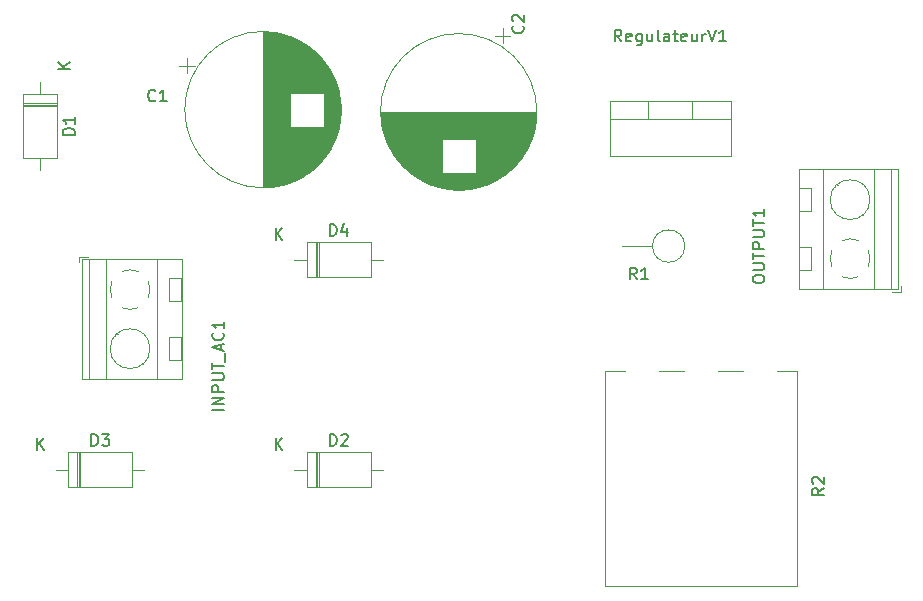
<source format=gbr>
%TF.GenerationSoftware,KiCad,Pcbnew,8.0.4*%
%TF.CreationDate,2024-10-22T12:11:24+02:00*%
%TF.ProjectId,regulateur_tension,72656775-6c61-4746-9575-725f74656e73,rev?*%
%TF.SameCoordinates,Original*%
%TF.FileFunction,Legend,Top*%
%TF.FilePolarity,Positive*%
%FSLAX46Y46*%
G04 Gerber Fmt 4.6, Leading zero omitted, Abs format (unit mm)*
G04 Created by KiCad (PCBNEW 8.0.4) date 2024-10-22 12:11:24*
%MOMM*%
%LPD*%
G01*
G04 APERTURE LIST*
%ADD10C,0.150000*%
%ADD11C,0.120000*%
G04 APERTURE END LIST*
D10*
X32733333Y-23219580D02*
X32685714Y-23267200D01*
X32685714Y-23267200D02*
X32542857Y-23314819D01*
X32542857Y-23314819D02*
X32447619Y-23314819D01*
X32447619Y-23314819D02*
X32304762Y-23267200D01*
X32304762Y-23267200D02*
X32209524Y-23171961D01*
X32209524Y-23171961D02*
X32161905Y-23076723D01*
X32161905Y-23076723D02*
X32114286Y-22886247D01*
X32114286Y-22886247D02*
X32114286Y-22743390D01*
X32114286Y-22743390D02*
X32161905Y-22552914D01*
X32161905Y-22552914D02*
X32209524Y-22457676D01*
X32209524Y-22457676D02*
X32304762Y-22362438D01*
X32304762Y-22362438D02*
X32447619Y-22314819D01*
X32447619Y-22314819D02*
X32542857Y-22314819D01*
X32542857Y-22314819D02*
X32685714Y-22362438D01*
X32685714Y-22362438D02*
X32733333Y-22410057D01*
X33685714Y-23314819D02*
X33114286Y-23314819D01*
X33400000Y-23314819D02*
X33400000Y-22314819D01*
X33400000Y-22314819D02*
X33304762Y-22457676D01*
X33304762Y-22457676D02*
X33209524Y-22552914D01*
X33209524Y-22552914D02*
X33114286Y-22600533D01*
X89354819Y-56046666D02*
X88878628Y-56379999D01*
X89354819Y-56618094D02*
X88354819Y-56618094D01*
X88354819Y-56618094D02*
X88354819Y-56237142D01*
X88354819Y-56237142D02*
X88402438Y-56141904D01*
X88402438Y-56141904D02*
X88450057Y-56094285D01*
X88450057Y-56094285D02*
X88545295Y-56046666D01*
X88545295Y-56046666D02*
X88688152Y-56046666D01*
X88688152Y-56046666D02*
X88783390Y-56094285D01*
X88783390Y-56094285D02*
X88831009Y-56141904D01*
X88831009Y-56141904D02*
X88878628Y-56237142D01*
X88878628Y-56237142D02*
X88878628Y-56618094D01*
X88450057Y-55665713D02*
X88402438Y-55618094D01*
X88402438Y-55618094D02*
X88354819Y-55522856D01*
X88354819Y-55522856D02*
X88354819Y-55284761D01*
X88354819Y-55284761D02*
X88402438Y-55189523D01*
X88402438Y-55189523D02*
X88450057Y-55141904D01*
X88450057Y-55141904D02*
X88545295Y-55094285D01*
X88545295Y-55094285D02*
X88640533Y-55094285D01*
X88640533Y-55094285D02*
X88783390Y-55141904D01*
X88783390Y-55141904D02*
X89354819Y-55713332D01*
X89354819Y-55713332D02*
X89354819Y-55094285D01*
X47521905Y-34694819D02*
X47521905Y-33694819D01*
X47521905Y-33694819D02*
X47760000Y-33694819D01*
X47760000Y-33694819D02*
X47902857Y-33742438D01*
X47902857Y-33742438D02*
X47998095Y-33837676D01*
X47998095Y-33837676D02*
X48045714Y-33932914D01*
X48045714Y-33932914D02*
X48093333Y-34123390D01*
X48093333Y-34123390D02*
X48093333Y-34266247D01*
X48093333Y-34266247D02*
X48045714Y-34456723D01*
X48045714Y-34456723D02*
X47998095Y-34551961D01*
X47998095Y-34551961D02*
X47902857Y-34647200D01*
X47902857Y-34647200D02*
X47760000Y-34694819D01*
X47760000Y-34694819D02*
X47521905Y-34694819D01*
X48950476Y-34028152D02*
X48950476Y-34694819D01*
X48712381Y-33647200D02*
X48474286Y-34361485D01*
X48474286Y-34361485D02*
X49093333Y-34361485D01*
X42918095Y-35064819D02*
X42918095Y-34064819D01*
X43489523Y-35064819D02*
X43060952Y-34493390D01*
X43489523Y-34064819D02*
X42918095Y-34636247D01*
X83314819Y-38440952D02*
X83314819Y-38250476D01*
X83314819Y-38250476D02*
X83362438Y-38155238D01*
X83362438Y-38155238D02*
X83457676Y-38060000D01*
X83457676Y-38060000D02*
X83648152Y-38012381D01*
X83648152Y-38012381D02*
X83981485Y-38012381D01*
X83981485Y-38012381D02*
X84171961Y-38060000D01*
X84171961Y-38060000D02*
X84267200Y-38155238D01*
X84267200Y-38155238D02*
X84314819Y-38250476D01*
X84314819Y-38250476D02*
X84314819Y-38440952D01*
X84314819Y-38440952D02*
X84267200Y-38536190D01*
X84267200Y-38536190D02*
X84171961Y-38631428D01*
X84171961Y-38631428D02*
X83981485Y-38679047D01*
X83981485Y-38679047D02*
X83648152Y-38679047D01*
X83648152Y-38679047D02*
X83457676Y-38631428D01*
X83457676Y-38631428D02*
X83362438Y-38536190D01*
X83362438Y-38536190D02*
X83314819Y-38440952D01*
X83314819Y-37583809D02*
X84124342Y-37583809D01*
X84124342Y-37583809D02*
X84219580Y-37536190D01*
X84219580Y-37536190D02*
X84267200Y-37488571D01*
X84267200Y-37488571D02*
X84314819Y-37393333D01*
X84314819Y-37393333D02*
X84314819Y-37202857D01*
X84314819Y-37202857D02*
X84267200Y-37107619D01*
X84267200Y-37107619D02*
X84219580Y-37060000D01*
X84219580Y-37060000D02*
X84124342Y-37012381D01*
X84124342Y-37012381D02*
X83314819Y-37012381D01*
X83314819Y-36679047D02*
X83314819Y-36107619D01*
X84314819Y-36393333D02*
X83314819Y-36393333D01*
X84314819Y-35774285D02*
X83314819Y-35774285D01*
X83314819Y-35774285D02*
X83314819Y-35393333D01*
X83314819Y-35393333D02*
X83362438Y-35298095D01*
X83362438Y-35298095D02*
X83410057Y-35250476D01*
X83410057Y-35250476D02*
X83505295Y-35202857D01*
X83505295Y-35202857D02*
X83648152Y-35202857D01*
X83648152Y-35202857D02*
X83743390Y-35250476D01*
X83743390Y-35250476D02*
X83791009Y-35298095D01*
X83791009Y-35298095D02*
X83838628Y-35393333D01*
X83838628Y-35393333D02*
X83838628Y-35774285D01*
X83314819Y-34774285D02*
X84124342Y-34774285D01*
X84124342Y-34774285D02*
X84219580Y-34726666D01*
X84219580Y-34726666D02*
X84267200Y-34679047D01*
X84267200Y-34679047D02*
X84314819Y-34583809D01*
X84314819Y-34583809D02*
X84314819Y-34393333D01*
X84314819Y-34393333D02*
X84267200Y-34298095D01*
X84267200Y-34298095D02*
X84219580Y-34250476D01*
X84219580Y-34250476D02*
X84124342Y-34202857D01*
X84124342Y-34202857D02*
X83314819Y-34202857D01*
X83314819Y-33869523D02*
X83314819Y-33298095D01*
X84314819Y-33583809D02*
X83314819Y-33583809D01*
X84314819Y-32440952D02*
X84314819Y-33012380D01*
X84314819Y-32726666D02*
X83314819Y-32726666D01*
X83314819Y-32726666D02*
X83457676Y-32821904D01*
X83457676Y-32821904D02*
X83552914Y-32917142D01*
X83552914Y-32917142D02*
X83600533Y-33012380D01*
X72200951Y-18234819D02*
X71867618Y-17758628D01*
X71629523Y-18234819D02*
X71629523Y-17234819D01*
X71629523Y-17234819D02*
X72010475Y-17234819D01*
X72010475Y-17234819D02*
X72105713Y-17282438D01*
X72105713Y-17282438D02*
X72153332Y-17330057D01*
X72153332Y-17330057D02*
X72200951Y-17425295D01*
X72200951Y-17425295D02*
X72200951Y-17568152D01*
X72200951Y-17568152D02*
X72153332Y-17663390D01*
X72153332Y-17663390D02*
X72105713Y-17711009D01*
X72105713Y-17711009D02*
X72010475Y-17758628D01*
X72010475Y-17758628D02*
X71629523Y-17758628D01*
X73010475Y-18187200D02*
X72915237Y-18234819D01*
X72915237Y-18234819D02*
X72724761Y-18234819D01*
X72724761Y-18234819D02*
X72629523Y-18187200D01*
X72629523Y-18187200D02*
X72581904Y-18091961D01*
X72581904Y-18091961D02*
X72581904Y-17711009D01*
X72581904Y-17711009D02*
X72629523Y-17615771D01*
X72629523Y-17615771D02*
X72724761Y-17568152D01*
X72724761Y-17568152D02*
X72915237Y-17568152D01*
X72915237Y-17568152D02*
X73010475Y-17615771D01*
X73010475Y-17615771D02*
X73058094Y-17711009D01*
X73058094Y-17711009D02*
X73058094Y-17806247D01*
X73058094Y-17806247D02*
X72581904Y-17901485D01*
X73915237Y-17568152D02*
X73915237Y-18377676D01*
X73915237Y-18377676D02*
X73867618Y-18472914D01*
X73867618Y-18472914D02*
X73819999Y-18520533D01*
X73819999Y-18520533D02*
X73724761Y-18568152D01*
X73724761Y-18568152D02*
X73581904Y-18568152D01*
X73581904Y-18568152D02*
X73486666Y-18520533D01*
X73915237Y-18187200D02*
X73819999Y-18234819D01*
X73819999Y-18234819D02*
X73629523Y-18234819D01*
X73629523Y-18234819D02*
X73534285Y-18187200D01*
X73534285Y-18187200D02*
X73486666Y-18139580D01*
X73486666Y-18139580D02*
X73439047Y-18044342D01*
X73439047Y-18044342D02*
X73439047Y-17758628D01*
X73439047Y-17758628D02*
X73486666Y-17663390D01*
X73486666Y-17663390D02*
X73534285Y-17615771D01*
X73534285Y-17615771D02*
X73629523Y-17568152D01*
X73629523Y-17568152D02*
X73819999Y-17568152D01*
X73819999Y-17568152D02*
X73915237Y-17615771D01*
X74819999Y-17568152D02*
X74819999Y-18234819D01*
X74391428Y-17568152D02*
X74391428Y-18091961D01*
X74391428Y-18091961D02*
X74439047Y-18187200D01*
X74439047Y-18187200D02*
X74534285Y-18234819D01*
X74534285Y-18234819D02*
X74677142Y-18234819D01*
X74677142Y-18234819D02*
X74772380Y-18187200D01*
X74772380Y-18187200D02*
X74819999Y-18139580D01*
X75439047Y-18234819D02*
X75343809Y-18187200D01*
X75343809Y-18187200D02*
X75296190Y-18091961D01*
X75296190Y-18091961D02*
X75296190Y-17234819D01*
X76248571Y-18234819D02*
X76248571Y-17711009D01*
X76248571Y-17711009D02*
X76200952Y-17615771D01*
X76200952Y-17615771D02*
X76105714Y-17568152D01*
X76105714Y-17568152D02*
X75915238Y-17568152D01*
X75915238Y-17568152D02*
X75820000Y-17615771D01*
X76248571Y-18187200D02*
X76153333Y-18234819D01*
X76153333Y-18234819D02*
X75915238Y-18234819D01*
X75915238Y-18234819D02*
X75820000Y-18187200D01*
X75820000Y-18187200D02*
X75772381Y-18091961D01*
X75772381Y-18091961D02*
X75772381Y-17996723D01*
X75772381Y-17996723D02*
X75820000Y-17901485D01*
X75820000Y-17901485D02*
X75915238Y-17853866D01*
X75915238Y-17853866D02*
X76153333Y-17853866D01*
X76153333Y-17853866D02*
X76248571Y-17806247D01*
X76581905Y-17568152D02*
X76962857Y-17568152D01*
X76724762Y-17234819D02*
X76724762Y-18091961D01*
X76724762Y-18091961D02*
X76772381Y-18187200D01*
X76772381Y-18187200D02*
X76867619Y-18234819D01*
X76867619Y-18234819D02*
X76962857Y-18234819D01*
X77677143Y-18187200D02*
X77581905Y-18234819D01*
X77581905Y-18234819D02*
X77391429Y-18234819D01*
X77391429Y-18234819D02*
X77296191Y-18187200D01*
X77296191Y-18187200D02*
X77248572Y-18091961D01*
X77248572Y-18091961D02*
X77248572Y-17711009D01*
X77248572Y-17711009D02*
X77296191Y-17615771D01*
X77296191Y-17615771D02*
X77391429Y-17568152D01*
X77391429Y-17568152D02*
X77581905Y-17568152D01*
X77581905Y-17568152D02*
X77677143Y-17615771D01*
X77677143Y-17615771D02*
X77724762Y-17711009D01*
X77724762Y-17711009D02*
X77724762Y-17806247D01*
X77724762Y-17806247D02*
X77248572Y-17901485D01*
X78581905Y-17568152D02*
X78581905Y-18234819D01*
X78153334Y-17568152D02*
X78153334Y-18091961D01*
X78153334Y-18091961D02*
X78200953Y-18187200D01*
X78200953Y-18187200D02*
X78296191Y-18234819D01*
X78296191Y-18234819D02*
X78439048Y-18234819D01*
X78439048Y-18234819D02*
X78534286Y-18187200D01*
X78534286Y-18187200D02*
X78581905Y-18139580D01*
X79058096Y-18234819D02*
X79058096Y-17568152D01*
X79058096Y-17758628D02*
X79105715Y-17663390D01*
X79105715Y-17663390D02*
X79153334Y-17615771D01*
X79153334Y-17615771D02*
X79248572Y-17568152D01*
X79248572Y-17568152D02*
X79343810Y-17568152D01*
X79534287Y-17234819D02*
X79867620Y-18234819D01*
X79867620Y-18234819D02*
X80200953Y-17234819D01*
X81058096Y-18234819D02*
X80486668Y-18234819D01*
X80772382Y-18234819D02*
X80772382Y-17234819D01*
X80772382Y-17234819D02*
X80677144Y-17377676D01*
X80677144Y-17377676D02*
X80581906Y-17472914D01*
X80581906Y-17472914D02*
X80486668Y-17520533D01*
X27321905Y-52474819D02*
X27321905Y-51474819D01*
X27321905Y-51474819D02*
X27560000Y-51474819D01*
X27560000Y-51474819D02*
X27702857Y-51522438D01*
X27702857Y-51522438D02*
X27798095Y-51617676D01*
X27798095Y-51617676D02*
X27845714Y-51712914D01*
X27845714Y-51712914D02*
X27893333Y-51903390D01*
X27893333Y-51903390D02*
X27893333Y-52046247D01*
X27893333Y-52046247D02*
X27845714Y-52236723D01*
X27845714Y-52236723D02*
X27798095Y-52331961D01*
X27798095Y-52331961D02*
X27702857Y-52427200D01*
X27702857Y-52427200D02*
X27560000Y-52474819D01*
X27560000Y-52474819D02*
X27321905Y-52474819D01*
X28226667Y-51474819D02*
X28845714Y-51474819D01*
X28845714Y-51474819D02*
X28512381Y-51855771D01*
X28512381Y-51855771D02*
X28655238Y-51855771D01*
X28655238Y-51855771D02*
X28750476Y-51903390D01*
X28750476Y-51903390D02*
X28798095Y-51951009D01*
X28798095Y-51951009D02*
X28845714Y-52046247D01*
X28845714Y-52046247D02*
X28845714Y-52284342D01*
X28845714Y-52284342D02*
X28798095Y-52379580D01*
X28798095Y-52379580D02*
X28750476Y-52427200D01*
X28750476Y-52427200D02*
X28655238Y-52474819D01*
X28655238Y-52474819D02*
X28369524Y-52474819D01*
X28369524Y-52474819D02*
X28274286Y-52427200D01*
X28274286Y-52427200D02*
X28226667Y-52379580D01*
X22718095Y-52844819D02*
X22718095Y-51844819D01*
X23289523Y-52844819D02*
X22860952Y-52273390D01*
X23289523Y-51844819D02*
X22718095Y-52416247D01*
X63859580Y-16916666D02*
X63907200Y-16964285D01*
X63907200Y-16964285D02*
X63954819Y-17107142D01*
X63954819Y-17107142D02*
X63954819Y-17202380D01*
X63954819Y-17202380D02*
X63907200Y-17345237D01*
X63907200Y-17345237D02*
X63811961Y-17440475D01*
X63811961Y-17440475D02*
X63716723Y-17488094D01*
X63716723Y-17488094D02*
X63526247Y-17535713D01*
X63526247Y-17535713D02*
X63383390Y-17535713D01*
X63383390Y-17535713D02*
X63192914Y-17488094D01*
X63192914Y-17488094D02*
X63097676Y-17440475D01*
X63097676Y-17440475D02*
X63002438Y-17345237D01*
X63002438Y-17345237D02*
X62954819Y-17202380D01*
X62954819Y-17202380D02*
X62954819Y-17107142D01*
X62954819Y-17107142D02*
X63002438Y-16964285D01*
X63002438Y-16964285D02*
X63050057Y-16916666D01*
X63050057Y-16535713D02*
X63002438Y-16488094D01*
X63002438Y-16488094D02*
X62954819Y-16392856D01*
X62954819Y-16392856D02*
X62954819Y-16154761D01*
X62954819Y-16154761D02*
X63002438Y-16059523D01*
X63002438Y-16059523D02*
X63050057Y-16011904D01*
X63050057Y-16011904D02*
X63145295Y-15964285D01*
X63145295Y-15964285D02*
X63240533Y-15964285D01*
X63240533Y-15964285D02*
X63383390Y-16011904D01*
X63383390Y-16011904D02*
X63954819Y-16583332D01*
X63954819Y-16583332D02*
X63954819Y-15964285D01*
X25904819Y-26138094D02*
X24904819Y-26138094D01*
X24904819Y-26138094D02*
X24904819Y-25899999D01*
X24904819Y-25899999D02*
X24952438Y-25757142D01*
X24952438Y-25757142D02*
X25047676Y-25661904D01*
X25047676Y-25661904D02*
X25142914Y-25614285D01*
X25142914Y-25614285D02*
X25333390Y-25566666D01*
X25333390Y-25566666D02*
X25476247Y-25566666D01*
X25476247Y-25566666D02*
X25666723Y-25614285D01*
X25666723Y-25614285D02*
X25761961Y-25661904D01*
X25761961Y-25661904D02*
X25857200Y-25757142D01*
X25857200Y-25757142D02*
X25904819Y-25899999D01*
X25904819Y-25899999D02*
X25904819Y-26138094D01*
X25904819Y-24614285D02*
X25904819Y-25185713D01*
X25904819Y-24899999D02*
X24904819Y-24899999D01*
X24904819Y-24899999D02*
X25047676Y-24995237D01*
X25047676Y-24995237D02*
X25142914Y-25090475D01*
X25142914Y-25090475D02*
X25190533Y-25185713D01*
X25534819Y-20581904D02*
X24534819Y-20581904D01*
X25534819Y-20010476D02*
X24963390Y-20439047D01*
X24534819Y-20010476D02*
X25106247Y-20581904D01*
X47521905Y-52474819D02*
X47521905Y-51474819D01*
X47521905Y-51474819D02*
X47760000Y-51474819D01*
X47760000Y-51474819D02*
X47902857Y-51522438D01*
X47902857Y-51522438D02*
X47998095Y-51617676D01*
X47998095Y-51617676D02*
X48045714Y-51712914D01*
X48045714Y-51712914D02*
X48093333Y-51903390D01*
X48093333Y-51903390D02*
X48093333Y-52046247D01*
X48093333Y-52046247D02*
X48045714Y-52236723D01*
X48045714Y-52236723D02*
X47998095Y-52331961D01*
X47998095Y-52331961D02*
X47902857Y-52427200D01*
X47902857Y-52427200D02*
X47760000Y-52474819D01*
X47760000Y-52474819D02*
X47521905Y-52474819D01*
X48474286Y-51570057D02*
X48521905Y-51522438D01*
X48521905Y-51522438D02*
X48617143Y-51474819D01*
X48617143Y-51474819D02*
X48855238Y-51474819D01*
X48855238Y-51474819D02*
X48950476Y-51522438D01*
X48950476Y-51522438D02*
X48998095Y-51570057D01*
X48998095Y-51570057D02*
X49045714Y-51665295D01*
X49045714Y-51665295D02*
X49045714Y-51760533D01*
X49045714Y-51760533D02*
X48998095Y-51903390D01*
X48998095Y-51903390D02*
X48426667Y-52474819D01*
X48426667Y-52474819D02*
X49045714Y-52474819D01*
X42918095Y-52844819D02*
X42918095Y-51844819D01*
X43489523Y-52844819D02*
X43060952Y-52273390D01*
X43489523Y-51844819D02*
X42918095Y-52416247D01*
X38554819Y-49434285D02*
X37554819Y-49434285D01*
X38554819Y-48958095D02*
X37554819Y-48958095D01*
X37554819Y-48958095D02*
X38554819Y-48386667D01*
X38554819Y-48386667D02*
X37554819Y-48386667D01*
X38554819Y-47910476D02*
X37554819Y-47910476D01*
X37554819Y-47910476D02*
X37554819Y-47529524D01*
X37554819Y-47529524D02*
X37602438Y-47434286D01*
X37602438Y-47434286D02*
X37650057Y-47386667D01*
X37650057Y-47386667D02*
X37745295Y-47339048D01*
X37745295Y-47339048D02*
X37888152Y-47339048D01*
X37888152Y-47339048D02*
X37983390Y-47386667D01*
X37983390Y-47386667D02*
X38031009Y-47434286D01*
X38031009Y-47434286D02*
X38078628Y-47529524D01*
X38078628Y-47529524D02*
X38078628Y-47910476D01*
X37554819Y-46910476D02*
X38364342Y-46910476D01*
X38364342Y-46910476D02*
X38459580Y-46862857D01*
X38459580Y-46862857D02*
X38507200Y-46815238D01*
X38507200Y-46815238D02*
X38554819Y-46720000D01*
X38554819Y-46720000D02*
X38554819Y-46529524D01*
X38554819Y-46529524D02*
X38507200Y-46434286D01*
X38507200Y-46434286D02*
X38459580Y-46386667D01*
X38459580Y-46386667D02*
X38364342Y-46339048D01*
X38364342Y-46339048D02*
X37554819Y-46339048D01*
X37554819Y-46005714D02*
X37554819Y-45434286D01*
X38554819Y-45720000D02*
X37554819Y-45720000D01*
X38650057Y-45339048D02*
X38650057Y-44577143D01*
X38269104Y-44386666D02*
X38269104Y-43910476D01*
X38554819Y-44481904D02*
X37554819Y-44148571D01*
X37554819Y-44148571D02*
X38554819Y-43815238D01*
X38459580Y-42910476D02*
X38507200Y-42958095D01*
X38507200Y-42958095D02*
X38554819Y-43100952D01*
X38554819Y-43100952D02*
X38554819Y-43196190D01*
X38554819Y-43196190D02*
X38507200Y-43339047D01*
X38507200Y-43339047D02*
X38411961Y-43434285D01*
X38411961Y-43434285D02*
X38316723Y-43481904D01*
X38316723Y-43481904D02*
X38126247Y-43529523D01*
X38126247Y-43529523D02*
X37983390Y-43529523D01*
X37983390Y-43529523D02*
X37792914Y-43481904D01*
X37792914Y-43481904D02*
X37697676Y-43434285D01*
X37697676Y-43434285D02*
X37602438Y-43339047D01*
X37602438Y-43339047D02*
X37554819Y-43196190D01*
X37554819Y-43196190D02*
X37554819Y-43100952D01*
X37554819Y-43100952D02*
X37602438Y-42958095D01*
X37602438Y-42958095D02*
X37650057Y-42910476D01*
X38554819Y-41958095D02*
X38554819Y-42529523D01*
X38554819Y-42243809D02*
X37554819Y-42243809D01*
X37554819Y-42243809D02*
X37697676Y-42339047D01*
X37697676Y-42339047D02*
X37792914Y-42434285D01*
X37792914Y-42434285D02*
X37840533Y-42529523D01*
X73493333Y-38384819D02*
X73160000Y-37908628D01*
X72921905Y-38384819D02*
X72921905Y-37384819D01*
X72921905Y-37384819D02*
X73302857Y-37384819D01*
X73302857Y-37384819D02*
X73398095Y-37432438D01*
X73398095Y-37432438D02*
X73445714Y-37480057D01*
X73445714Y-37480057D02*
X73493333Y-37575295D01*
X73493333Y-37575295D02*
X73493333Y-37718152D01*
X73493333Y-37718152D02*
X73445714Y-37813390D01*
X73445714Y-37813390D02*
X73398095Y-37861009D01*
X73398095Y-37861009D02*
X73302857Y-37908628D01*
X73302857Y-37908628D02*
X72921905Y-37908628D01*
X74445714Y-38384819D02*
X73874286Y-38384819D01*
X74160000Y-38384819D02*
X74160000Y-37384819D01*
X74160000Y-37384819D02*
X74064762Y-37527676D01*
X74064762Y-37527676D02*
X73969524Y-37622914D01*
X73969524Y-37622914D02*
X73874286Y-37670533D01*
D11*
%TO.C,C1*%
X34765431Y-20295000D02*
X36065431Y-20295000D01*
X35415431Y-19645000D02*
X35415431Y-20945000D01*
X41850000Y-17430000D02*
X41850000Y-30590000D01*
X41890000Y-17430000D02*
X41890000Y-30590000D01*
X41930000Y-17430000D02*
X41930000Y-30590000D01*
X41970000Y-17431000D02*
X41970000Y-30589000D01*
X42010000Y-17431000D02*
X42010000Y-30589000D01*
X42050000Y-17433000D02*
X42050000Y-30587000D01*
X42090000Y-17434000D02*
X42090000Y-30586000D01*
X42130000Y-17435000D02*
X42130000Y-30585000D01*
X42170000Y-17437000D02*
X42170000Y-30583000D01*
X42210000Y-17439000D02*
X42210000Y-30581000D01*
X42250000Y-17442000D02*
X42250000Y-30578000D01*
X42290000Y-17444000D02*
X42290000Y-30576000D01*
X42330000Y-17447000D02*
X42330000Y-30573000D01*
X42370000Y-17450000D02*
X42370000Y-30570000D01*
X42410000Y-17453000D02*
X42410000Y-30567000D01*
X42450000Y-17457000D02*
X42450000Y-30563000D01*
X42490000Y-17461000D02*
X42490000Y-30559000D01*
X42530000Y-17465000D02*
X42530000Y-30555000D01*
X42571000Y-17469000D02*
X42571000Y-30551000D01*
X42611000Y-17473000D02*
X42611000Y-30547000D01*
X42651000Y-17478000D02*
X42651000Y-30542000D01*
X42691000Y-17483000D02*
X42691000Y-30537000D01*
X42731000Y-17488000D02*
X42731000Y-30532000D01*
X42771000Y-17494000D02*
X42771000Y-30526000D01*
X42811000Y-17499000D02*
X42811000Y-30521000D01*
X42851000Y-17505000D02*
X42851000Y-30515000D01*
X42891000Y-17512000D02*
X42891000Y-30508000D01*
X42931000Y-17518000D02*
X42931000Y-30502000D01*
X42971000Y-17525000D02*
X42971000Y-30495000D01*
X43011000Y-17532000D02*
X43011000Y-30488000D01*
X43051000Y-17539000D02*
X43051000Y-30481000D01*
X43091000Y-17547000D02*
X43091000Y-30473000D01*
X43131000Y-17554000D02*
X43131000Y-30466000D01*
X43171000Y-17562000D02*
X43171000Y-30458000D01*
X43211000Y-17571000D02*
X43211000Y-30449000D01*
X43251000Y-17579000D02*
X43251000Y-30441000D01*
X43291000Y-17588000D02*
X43291000Y-30432000D01*
X43331000Y-17597000D02*
X43331000Y-30423000D01*
X43371000Y-17606000D02*
X43371000Y-30414000D01*
X43411000Y-17616000D02*
X43411000Y-30404000D01*
X43451000Y-17626000D02*
X43451000Y-30394000D01*
X43491000Y-17636000D02*
X43491000Y-30384000D01*
X43531000Y-17646000D02*
X43531000Y-30374000D01*
X43571000Y-17657000D02*
X43571000Y-30363000D01*
X43611000Y-17668000D02*
X43611000Y-30352000D01*
X43651000Y-17679000D02*
X43651000Y-30341000D01*
X43691000Y-17690000D02*
X43691000Y-30330000D01*
X43731000Y-17702000D02*
X43731000Y-30318000D01*
X43771000Y-17714000D02*
X43771000Y-30306000D01*
X43811000Y-17726000D02*
X43811000Y-30294000D01*
X43851000Y-17739000D02*
X43851000Y-30281000D01*
X43891000Y-17752000D02*
X43891000Y-30268000D01*
X43931000Y-17765000D02*
X43931000Y-30255000D01*
X43971000Y-17778000D02*
X43971000Y-30242000D01*
X44011000Y-17792000D02*
X44011000Y-30228000D01*
X44051000Y-17806000D02*
X44051000Y-30214000D01*
X44091000Y-17820000D02*
X44091000Y-30200000D01*
X44131000Y-17835000D02*
X44131000Y-30185000D01*
X44171000Y-17849000D02*
X44171000Y-22570000D01*
X44171000Y-25450000D02*
X44171000Y-30171000D01*
X44211000Y-17864000D02*
X44211000Y-22570000D01*
X44211000Y-25450000D02*
X44211000Y-30156000D01*
X44251000Y-17880000D02*
X44251000Y-22570000D01*
X44251000Y-25450000D02*
X44251000Y-30140000D01*
X44291000Y-17896000D02*
X44291000Y-22570000D01*
X44291000Y-25450000D02*
X44291000Y-30124000D01*
X44331000Y-17912000D02*
X44331000Y-22570000D01*
X44331000Y-25450000D02*
X44331000Y-30108000D01*
X44371000Y-17928000D02*
X44371000Y-22570000D01*
X44371000Y-25450000D02*
X44371000Y-30092000D01*
X44411000Y-17945000D02*
X44411000Y-22570000D01*
X44411000Y-25450000D02*
X44411000Y-30075000D01*
X44451000Y-17961000D02*
X44451000Y-22570000D01*
X44451000Y-25450000D02*
X44451000Y-30059000D01*
X44491000Y-17979000D02*
X44491000Y-22570000D01*
X44491000Y-25450000D02*
X44491000Y-30041000D01*
X44531000Y-17996000D02*
X44531000Y-22570000D01*
X44531000Y-25450000D02*
X44531000Y-30024000D01*
X44571000Y-18014000D02*
X44571000Y-22570000D01*
X44571000Y-25450000D02*
X44571000Y-30006000D01*
X44611000Y-18032000D02*
X44611000Y-22570000D01*
X44611000Y-25450000D02*
X44611000Y-29988000D01*
X44651000Y-18051000D02*
X44651000Y-22570000D01*
X44651000Y-25450000D02*
X44651000Y-29969000D01*
X44691000Y-18070000D02*
X44691000Y-22570000D01*
X44691000Y-25450000D02*
X44691000Y-29950000D01*
X44731000Y-18089000D02*
X44731000Y-22570000D01*
X44731000Y-25450000D02*
X44731000Y-29931000D01*
X44771000Y-18108000D02*
X44771000Y-22570000D01*
X44771000Y-25450000D02*
X44771000Y-29912000D01*
X44811000Y-18128000D02*
X44811000Y-22570000D01*
X44811000Y-25450000D02*
X44811000Y-29892000D01*
X44851000Y-18148000D02*
X44851000Y-22570000D01*
X44851000Y-25450000D02*
X44851000Y-29872000D01*
X44891000Y-18169000D02*
X44891000Y-22570000D01*
X44891000Y-25450000D02*
X44891000Y-29851000D01*
X44931000Y-18190000D02*
X44931000Y-22570000D01*
X44931000Y-25450000D02*
X44931000Y-29830000D01*
X44971000Y-18211000D02*
X44971000Y-22570000D01*
X44971000Y-25450000D02*
X44971000Y-29809000D01*
X45011000Y-18232000D02*
X45011000Y-22570000D01*
X45011000Y-25450000D02*
X45011000Y-29788000D01*
X45051000Y-18254000D02*
X45051000Y-22570000D01*
X45051000Y-25450000D02*
X45051000Y-29766000D01*
X45091000Y-18277000D02*
X45091000Y-22570000D01*
X45091000Y-25450000D02*
X45091000Y-29743000D01*
X45131000Y-18299000D02*
X45131000Y-22570000D01*
X45131000Y-25450000D02*
X45131000Y-29721000D01*
X45171000Y-18322000D02*
X45171000Y-22570000D01*
X45171000Y-25450000D02*
X45171000Y-29698000D01*
X45211000Y-18346000D02*
X45211000Y-22570000D01*
X45211000Y-25450000D02*
X45211000Y-29674000D01*
X45251000Y-18369000D02*
X45251000Y-22570000D01*
X45251000Y-25450000D02*
X45251000Y-29651000D01*
X45291000Y-18393000D02*
X45291000Y-22570000D01*
X45291000Y-25450000D02*
X45291000Y-29627000D01*
X45331000Y-18418000D02*
X45331000Y-22570000D01*
X45331000Y-25450000D02*
X45331000Y-29602000D01*
X45371000Y-18443000D02*
X45371000Y-22570000D01*
X45371000Y-25450000D02*
X45371000Y-29577000D01*
X45411000Y-18468000D02*
X45411000Y-22570000D01*
X45411000Y-25450000D02*
X45411000Y-29552000D01*
X45451000Y-18494000D02*
X45451000Y-22570000D01*
X45451000Y-25450000D02*
X45451000Y-29526000D01*
X45491000Y-18520000D02*
X45491000Y-22570000D01*
X45491000Y-25450000D02*
X45491000Y-29500000D01*
X45531000Y-18547000D02*
X45531000Y-22570000D01*
X45531000Y-25450000D02*
X45531000Y-29473000D01*
X45571000Y-18574000D02*
X45571000Y-22570000D01*
X45571000Y-25450000D02*
X45571000Y-29446000D01*
X45611000Y-18601000D02*
X45611000Y-22570000D01*
X45611000Y-25450000D02*
X45611000Y-29419000D01*
X45651000Y-18629000D02*
X45651000Y-22570000D01*
X45651000Y-25450000D02*
X45651000Y-29391000D01*
X45691000Y-18657000D02*
X45691000Y-22570000D01*
X45691000Y-25450000D02*
X45691000Y-29363000D01*
X45731000Y-18686000D02*
X45731000Y-22570000D01*
X45731000Y-25450000D02*
X45731000Y-29334000D01*
X45771000Y-18715000D02*
X45771000Y-22570000D01*
X45771000Y-25450000D02*
X45771000Y-29305000D01*
X45811000Y-18745000D02*
X45811000Y-22570000D01*
X45811000Y-25450000D02*
X45811000Y-29275000D01*
X45851000Y-18775000D02*
X45851000Y-22570000D01*
X45851000Y-25450000D02*
X45851000Y-29245000D01*
X45891000Y-18805000D02*
X45891000Y-22570000D01*
X45891000Y-25450000D02*
X45891000Y-29215000D01*
X45931000Y-18836000D02*
X45931000Y-22570000D01*
X45931000Y-25450000D02*
X45931000Y-29184000D01*
X45971000Y-18868000D02*
X45971000Y-22570000D01*
X45971000Y-25450000D02*
X45971000Y-29152000D01*
X46011000Y-18900000D02*
X46011000Y-22570000D01*
X46011000Y-25450000D02*
X46011000Y-29120000D01*
X46051000Y-18932000D02*
X46051000Y-22570000D01*
X46051000Y-25450000D02*
X46051000Y-29088000D01*
X46091000Y-18966000D02*
X46091000Y-22570000D01*
X46091000Y-25450000D02*
X46091000Y-29054000D01*
X46131000Y-18999000D02*
X46131000Y-22570000D01*
X46131000Y-25450000D02*
X46131000Y-29021000D01*
X46171000Y-19033000D02*
X46171000Y-22570000D01*
X46171000Y-25450000D02*
X46171000Y-28987000D01*
X46211000Y-19068000D02*
X46211000Y-22570000D01*
X46211000Y-25450000D02*
X46211000Y-28952000D01*
X46251000Y-19103000D02*
X46251000Y-22570000D01*
X46251000Y-25450000D02*
X46251000Y-28917000D01*
X46291000Y-19139000D02*
X46291000Y-22570000D01*
X46291000Y-25450000D02*
X46291000Y-28881000D01*
X46331000Y-19176000D02*
X46331000Y-22570000D01*
X46331000Y-25450000D02*
X46331000Y-28844000D01*
X46371000Y-19213000D02*
X46371000Y-22570000D01*
X46371000Y-25450000D02*
X46371000Y-28807000D01*
X46411000Y-19250000D02*
X46411000Y-22570000D01*
X46411000Y-25450000D02*
X46411000Y-28770000D01*
X46451000Y-19289000D02*
X46451000Y-22570000D01*
X46451000Y-25450000D02*
X46451000Y-28731000D01*
X46491000Y-19328000D02*
X46491000Y-22570000D01*
X46491000Y-25450000D02*
X46491000Y-28692000D01*
X46531000Y-19367000D02*
X46531000Y-22570000D01*
X46531000Y-25450000D02*
X46531000Y-28653000D01*
X46571000Y-19408000D02*
X46571000Y-22570000D01*
X46571000Y-25450000D02*
X46571000Y-28612000D01*
X46611000Y-19449000D02*
X46611000Y-22570000D01*
X46611000Y-25450000D02*
X46611000Y-28571000D01*
X46651000Y-19491000D02*
X46651000Y-22570000D01*
X46651000Y-25450000D02*
X46651000Y-28529000D01*
X46691000Y-19533000D02*
X46691000Y-22570000D01*
X46691000Y-25450000D02*
X46691000Y-28487000D01*
X46731000Y-19576000D02*
X46731000Y-22570000D01*
X46731000Y-25450000D02*
X46731000Y-28444000D01*
X46771000Y-19620000D02*
X46771000Y-22570000D01*
X46771000Y-25450000D02*
X46771000Y-28400000D01*
X46811000Y-19665000D02*
X46811000Y-22570000D01*
X46811000Y-25450000D02*
X46811000Y-28355000D01*
X46851000Y-19711000D02*
X46851000Y-22570000D01*
X46851000Y-25450000D02*
X46851000Y-28309000D01*
X46891000Y-19757000D02*
X46891000Y-22570000D01*
X46891000Y-25450000D02*
X46891000Y-28263000D01*
X46931000Y-19805000D02*
X46931000Y-22570000D01*
X46931000Y-25450000D02*
X46931000Y-28215000D01*
X46971000Y-19853000D02*
X46971000Y-22570000D01*
X46971000Y-25450000D02*
X46971000Y-28167000D01*
X47011000Y-19902000D02*
X47011000Y-22570000D01*
X47011000Y-25450000D02*
X47011000Y-28118000D01*
X47051000Y-19953000D02*
X47051000Y-28067000D01*
X47091000Y-20004000D02*
X47091000Y-28016000D01*
X47131000Y-20056000D02*
X47131000Y-27964000D01*
X47171000Y-20110000D02*
X47171000Y-27910000D01*
X47211000Y-20164000D02*
X47211000Y-27856000D01*
X47251000Y-20220000D02*
X47251000Y-27800000D01*
X47291000Y-20277000D02*
X47291000Y-27743000D01*
X47331000Y-20335000D02*
X47331000Y-27685000D01*
X47371000Y-20395000D02*
X47371000Y-27625000D01*
X47411000Y-20456000D02*
X47411000Y-27564000D01*
X47451000Y-20519000D02*
X47451000Y-27501000D01*
X47491000Y-20583000D02*
X47491000Y-27437000D01*
X47531000Y-20649000D02*
X47531000Y-27371000D01*
X47571000Y-20717000D02*
X47571000Y-27303000D01*
X47611000Y-20787000D02*
X47611000Y-27233000D01*
X47651000Y-20858000D02*
X47651000Y-27162000D01*
X47691000Y-20932000D02*
X47691000Y-27088000D01*
X47731000Y-21008000D02*
X47731000Y-27012000D01*
X47771000Y-21087000D02*
X47771000Y-26933000D01*
X47811000Y-21168000D02*
X47811000Y-26852000D01*
X47851000Y-21252000D02*
X47851000Y-26768000D01*
X47891000Y-21340000D02*
X47891000Y-26680000D01*
X47931000Y-21431000D02*
X47931000Y-26589000D01*
X47971000Y-21526000D02*
X47971000Y-26494000D01*
X48011000Y-21625000D02*
X48011000Y-26395000D01*
X48051000Y-21729000D02*
X48051000Y-26291000D01*
X48091000Y-21839000D02*
X48091000Y-26181000D01*
X48131000Y-21955000D02*
X48131000Y-26065000D01*
X48171000Y-22079000D02*
X48171000Y-25941000D01*
X48211000Y-22212000D02*
X48211000Y-25808000D01*
X48251000Y-22357000D02*
X48251000Y-25663000D01*
X48291000Y-22516000D02*
X48291000Y-25504000D01*
X48331000Y-22695000D02*
X48331000Y-25325000D01*
X48371000Y-22903000D02*
X48371000Y-25117000D01*
X48411000Y-23160000D02*
X48411000Y-24860000D01*
X48451000Y-23535000D02*
X48451000Y-24485000D01*
X48470000Y-24010000D02*
G75*
G02*
X35230000Y-24010000I-6620000J0D01*
G01*
X35230000Y-24010000D02*
G75*
G02*
X48470000Y-24010000I6620000J0D01*
G01*
%TO.C,R2*%
X70820000Y-46100000D02*
X70820000Y-64340000D01*
X72515000Y-46100000D02*
X70820000Y-46100000D01*
X77515000Y-46100000D02*
X75365000Y-46100000D01*
X82514000Y-46100000D02*
X80365000Y-46100000D01*
X87060000Y-46100000D02*
X85366000Y-46100000D01*
X87060000Y-46100000D02*
X87060000Y-64340000D01*
X87060000Y-64340000D02*
X70820000Y-64340000D01*
%TO.C,D4*%
X44520000Y-36710000D02*
X45540000Y-36710000D01*
X45540000Y-35240000D02*
X45540000Y-38180000D01*
X45540000Y-38180000D02*
X50980000Y-38180000D01*
X46320000Y-35240000D02*
X46320000Y-38180000D01*
X46440000Y-35240000D02*
X46440000Y-38180000D01*
X46560000Y-35240000D02*
X46560000Y-38180000D01*
X50980000Y-35240000D02*
X45540000Y-35240000D01*
X50980000Y-38180000D02*
X50980000Y-35240000D01*
X52000000Y-36710000D02*
X50980000Y-36710000D01*
%TO.C,OUTPUT1*%
X87200000Y-29070000D02*
X95620000Y-29070000D01*
X87200000Y-39190000D02*
X87200000Y-29070000D01*
X87200000Y-39190000D02*
X95620000Y-39190000D01*
X87260000Y-30630000D02*
X88260000Y-30630000D01*
X87260000Y-32630000D02*
X87260000Y-30630000D01*
X87260000Y-32630000D02*
X88260000Y-32630000D01*
X87260000Y-35630000D02*
X88260000Y-35630000D01*
X87260000Y-37630000D02*
X87260000Y-35630000D01*
X87260000Y-37630000D02*
X88260000Y-37630000D01*
X88260000Y-32630000D02*
X88260000Y-30630000D01*
X88260000Y-37630000D02*
X88260000Y-35630000D01*
X89259000Y-39190000D02*
X89259000Y-29070000D01*
X90285000Y-30560000D02*
X90321000Y-30595000D01*
X90491000Y-30355000D02*
X90537000Y-30402000D01*
X92583000Y-32857000D02*
X92629000Y-32904000D01*
X92799000Y-32664000D02*
X92834000Y-32699000D01*
X93560000Y-39190000D02*
X93560000Y-29070000D01*
X95060000Y-39190000D02*
X95060000Y-29070000D01*
X95120000Y-39430000D02*
X95860000Y-39430000D01*
X95620000Y-39190000D02*
X95620000Y-29070000D01*
X95860000Y-39430000D02*
X95860000Y-38930000D01*
X90024573Y-37313042D02*
G75*
G02*
X90025000Y-35946000I1535420J683041D01*
G01*
X90876958Y-35094573D02*
G75*
G02*
X92244000Y-35095000I683042J-1535427D01*
G01*
X92243042Y-38165427D02*
G75*
G02*
X90876000Y-38165000I-683041J1535420D01*
G01*
X93094756Y-35946682D02*
G75*
G02*
X93240000Y-36630000I-1534756J-683318D01*
G01*
X93240253Y-36601195D02*
G75*
G02*
X93095000Y-37314000I-1680254J-28806D01*
G01*
X93240000Y-31630000D02*
G75*
G02*
X89880000Y-31630000I-1680000J0D01*
G01*
X89880000Y-31630000D02*
G75*
G02*
X93240000Y-31630000I1680000J0D01*
G01*
%TO.C,RegulateurV1*%
X71200000Y-23280000D02*
X71200000Y-27921000D01*
X71200000Y-23280000D02*
X81440000Y-23280000D01*
X71200000Y-24790000D02*
X81440000Y-24790000D01*
X71200000Y-27921000D02*
X81440000Y-27921000D01*
X74470000Y-23280000D02*
X74470000Y-24790000D01*
X78171000Y-23280000D02*
X78171000Y-24790000D01*
X81440000Y-23280000D02*
X81440000Y-27921000D01*
%TO.C,D3*%
X24320000Y-54490000D02*
X25340000Y-54490000D01*
X25340000Y-53020000D02*
X25340000Y-55960000D01*
X25340000Y-55960000D02*
X30780000Y-55960000D01*
X26120000Y-53020000D02*
X26120000Y-55960000D01*
X26240000Y-53020000D02*
X26240000Y-55960000D01*
X26360000Y-53020000D02*
X26360000Y-55960000D01*
X30780000Y-53020000D02*
X25340000Y-53020000D01*
X30780000Y-55960000D02*
X30780000Y-53020000D01*
X31800000Y-54490000D02*
X30780000Y-54490000D01*
%TO.C,C2*%
X56980000Y-26511000D02*
X52259000Y-26511000D01*
X56980000Y-26551000D02*
X52274000Y-26551000D01*
X56980000Y-26591000D02*
X52290000Y-26591000D01*
X56980000Y-26631000D02*
X52306000Y-26631000D01*
X56980000Y-26671000D02*
X52322000Y-26671000D01*
X56980000Y-26711000D02*
X52338000Y-26711000D01*
X56980000Y-26751000D02*
X52355000Y-26751000D01*
X56980000Y-26791000D02*
X52371000Y-26791000D01*
X56980000Y-26831000D02*
X52389000Y-26831000D01*
X56980000Y-26871000D02*
X52406000Y-26871000D01*
X56980000Y-26911000D02*
X52424000Y-26911000D01*
X56980000Y-26951000D02*
X52442000Y-26951000D01*
X56980000Y-26991000D02*
X52461000Y-26991000D01*
X56980000Y-27031000D02*
X52480000Y-27031000D01*
X56980000Y-27071000D02*
X52499000Y-27071000D01*
X56980000Y-27111000D02*
X52518000Y-27111000D01*
X56980000Y-27151000D02*
X52538000Y-27151000D01*
X56980000Y-27191000D02*
X52558000Y-27191000D01*
X56980000Y-27231000D02*
X52579000Y-27231000D01*
X56980000Y-27271000D02*
X52600000Y-27271000D01*
X56980000Y-27311000D02*
X52621000Y-27311000D01*
X56980000Y-27351000D02*
X52642000Y-27351000D01*
X56980000Y-27391000D02*
X52664000Y-27391000D01*
X56980000Y-27431000D02*
X52687000Y-27431000D01*
X56980000Y-27471000D02*
X52709000Y-27471000D01*
X56980000Y-27511000D02*
X52732000Y-27511000D01*
X56980000Y-27551000D02*
X52756000Y-27551000D01*
X56980000Y-27591000D02*
X52779000Y-27591000D01*
X56980000Y-27631000D02*
X52803000Y-27631000D01*
X56980000Y-27671000D02*
X52828000Y-27671000D01*
X56980000Y-27711000D02*
X52853000Y-27711000D01*
X56980000Y-27751000D02*
X52878000Y-27751000D01*
X56980000Y-27791000D02*
X52904000Y-27791000D01*
X56980000Y-27831000D02*
X52930000Y-27831000D01*
X56980000Y-27871000D02*
X52957000Y-27871000D01*
X56980000Y-27911000D02*
X52984000Y-27911000D01*
X56980000Y-27951000D02*
X53011000Y-27951000D01*
X56980000Y-27991000D02*
X53039000Y-27991000D01*
X56980000Y-28031000D02*
X53067000Y-28031000D01*
X56980000Y-28071000D02*
X53096000Y-28071000D01*
X56980000Y-28111000D02*
X53125000Y-28111000D01*
X56980000Y-28151000D02*
X53155000Y-28151000D01*
X56980000Y-28191000D02*
X53185000Y-28191000D01*
X56980000Y-28231000D02*
X53215000Y-28231000D01*
X56980000Y-28271000D02*
X53246000Y-28271000D01*
X56980000Y-28311000D02*
X53278000Y-28311000D01*
X56980000Y-28351000D02*
X53310000Y-28351000D01*
X56980000Y-28391000D02*
X53342000Y-28391000D01*
X56980000Y-28431000D02*
X53376000Y-28431000D01*
X56980000Y-28471000D02*
X53409000Y-28471000D01*
X56980000Y-28511000D02*
X53443000Y-28511000D01*
X56980000Y-28551000D02*
X53478000Y-28551000D01*
X56980000Y-28591000D02*
X53513000Y-28591000D01*
X56980000Y-28631000D02*
X53549000Y-28631000D01*
X56980000Y-28671000D02*
X53586000Y-28671000D01*
X56980000Y-28711000D02*
X53623000Y-28711000D01*
X56980000Y-28751000D02*
X53660000Y-28751000D01*
X56980000Y-28791000D02*
X53699000Y-28791000D01*
X56980000Y-28831000D02*
X53738000Y-28831000D01*
X56980000Y-28871000D02*
X53777000Y-28871000D01*
X56980000Y-28911000D02*
X53818000Y-28911000D01*
X56980000Y-28951000D02*
X53859000Y-28951000D01*
X56980000Y-28991000D02*
X53901000Y-28991000D01*
X56980000Y-29031000D02*
X53943000Y-29031000D01*
X56980000Y-29071000D02*
X53986000Y-29071000D01*
X56980000Y-29111000D02*
X54030000Y-29111000D01*
X56980000Y-29151000D02*
X54075000Y-29151000D01*
X56980000Y-29191000D02*
X54121000Y-29191000D01*
X56980000Y-29231000D02*
X54167000Y-29231000D01*
X56980000Y-29271000D02*
X54215000Y-29271000D01*
X56980000Y-29311000D02*
X54263000Y-29311000D01*
X56980000Y-29351000D02*
X54312000Y-29351000D01*
X58895000Y-30791000D02*
X57945000Y-30791000D01*
X59270000Y-30751000D02*
X57570000Y-30751000D01*
X59527000Y-30711000D02*
X57313000Y-30711000D01*
X59735000Y-30671000D02*
X57105000Y-30671000D01*
X59914000Y-30631000D02*
X56926000Y-30631000D01*
X60073000Y-30591000D02*
X56767000Y-30591000D01*
X60218000Y-30551000D02*
X56622000Y-30551000D01*
X60351000Y-30511000D02*
X56489000Y-30511000D01*
X60475000Y-30471000D02*
X56365000Y-30471000D01*
X60591000Y-30431000D02*
X56249000Y-30431000D01*
X60701000Y-30391000D02*
X56139000Y-30391000D01*
X60805000Y-30351000D02*
X56035000Y-30351000D01*
X60904000Y-30311000D02*
X55936000Y-30311000D01*
X60999000Y-30271000D02*
X55841000Y-30271000D01*
X61090000Y-30231000D02*
X55750000Y-30231000D01*
X61178000Y-30191000D02*
X55662000Y-30191000D01*
X61262000Y-30151000D02*
X55578000Y-30151000D01*
X61343000Y-30111000D02*
X55497000Y-30111000D01*
X61422000Y-30071000D02*
X55418000Y-30071000D01*
X61498000Y-30031000D02*
X55342000Y-30031000D01*
X61572000Y-29991000D02*
X55268000Y-29991000D01*
X61643000Y-29951000D02*
X55197000Y-29951000D01*
X61713000Y-29911000D02*
X55127000Y-29911000D01*
X61781000Y-29871000D02*
X55059000Y-29871000D01*
X61847000Y-29831000D02*
X54993000Y-29831000D01*
X61911000Y-29791000D02*
X54929000Y-29791000D01*
X61974000Y-29751000D02*
X54866000Y-29751000D01*
X62035000Y-29711000D02*
X54805000Y-29711000D01*
X62095000Y-29671000D02*
X54745000Y-29671000D01*
X62135000Y-17105431D02*
X62135000Y-18405431D01*
X62153000Y-29631000D02*
X54687000Y-29631000D01*
X62210000Y-29591000D02*
X54630000Y-29591000D01*
X62266000Y-29551000D02*
X54574000Y-29551000D01*
X62320000Y-29511000D02*
X54520000Y-29511000D01*
X62374000Y-29471000D02*
X54466000Y-29471000D01*
X62426000Y-29431000D02*
X54414000Y-29431000D01*
X62477000Y-29391000D02*
X54363000Y-29391000D01*
X62528000Y-29351000D02*
X59860000Y-29351000D01*
X62577000Y-29311000D02*
X59860000Y-29311000D01*
X62625000Y-29271000D02*
X59860000Y-29271000D01*
X62673000Y-29231000D02*
X59860000Y-29231000D01*
X62719000Y-29191000D02*
X59860000Y-29191000D01*
X62765000Y-29151000D02*
X59860000Y-29151000D01*
X62785000Y-17755431D02*
X61485000Y-17755431D01*
X62810000Y-29111000D02*
X59860000Y-29111000D01*
X62854000Y-29071000D02*
X59860000Y-29071000D01*
X62897000Y-29031000D02*
X59860000Y-29031000D01*
X62939000Y-28991000D02*
X59860000Y-28991000D01*
X62981000Y-28951000D02*
X59860000Y-28951000D01*
X63022000Y-28911000D02*
X59860000Y-28911000D01*
X63063000Y-28871000D02*
X59860000Y-28871000D01*
X63102000Y-28831000D02*
X59860000Y-28831000D01*
X63141000Y-28791000D02*
X59860000Y-28791000D01*
X63180000Y-28751000D02*
X59860000Y-28751000D01*
X63217000Y-28711000D02*
X59860000Y-28711000D01*
X63254000Y-28671000D02*
X59860000Y-28671000D01*
X63291000Y-28631000D02*
X59860000Y-28631000D01*
X63327000Y-28591000D02*
X59860000Y-28591000D01*
X63362000Y-28551000D02*
X59860000Y-28551000D01*
X63397000Y-28511000D02*
X59860000Y-28511000D01*
X63431000Y-28471000D02*
X59860000Y-28471000D01*
X63464000Y-28431000D02*
X59860000Y-28431000D01*
X63498000Y-28391000D02*
X59860000Y-28391000D01*
X63530000Y-28351000D02*
X59860000Y-28351000D01*
X63562000Y-28311000D02*
X59860000Y-28311000D01*
X63594000Y-28271000D02*
X59860000Y-28271000D01*
X63625000Y-28231000D02*
X59860000Y-28231000D01*
X63655000Y-28191000D02*
X59860000Y-28191000D01*
X63685000Y-28151000D02*
X59860000Y-28151000D01*
X63715000Y-28111000D02*
X59860000Y-28111000D01*
X63744000Y-28071000D02*
X59860000Y-28071000D01*
X63773000Y-28031000D02*
X59860000Y-28031000D01*
X63801000Y-27991000D02*
X59860000Y-27991000D01*
X63829000Y-27951000D02*
X59860000Y-27951000D01*
X63856000Y-27911000D02*
X59860000Y-27911000D01*
X63883000Y-27871000D02*
X59860000Y-27871000D01*
X63910000Y-27831000D02*
X59860000Y-27831000D01*
X63936000Y-27791000D02*
X59860000Y-27791000D01*
X63962000Y-27751000D02*
X59860000Y-27751000D01*
X63987000Y-27711000D02*
X59860000Y-27711000D01*
X64012000Y-27671000D02*
X59860000Y-27671000D01*
X64037000Y-27631000D02*
X59860000Y-27631000D01*
X64061000Y-27591000D02*
X59860000Y-27591000D01*
X64084000Y-27551000D02*
X59860000Y-27551000D01*
X64108000Y-27511000D02*
X59860000Y-27511000D01*
X64131000Y-27471000D02*
X59860000Y-27471000D01*
X64153000Y-27431000D02*
X59860000Y-27431000D01*
X64176000Y-27391000D02*
X59860000Y-27391000D01*
X64198000Y-27351000D02*
X59860000Y-27351000D01*
X64219000Y-27311000D02*
X59860000Y-27311000D01*
X64240000Y-27271000D02*
X59860000Y-27271000D01*
X64261000Y-27231000D02*
X59860000Y-27231000D01*
X64282000Y-27191000D02*
X59860000Y-27191000D01*
X64302000Y-27151000D02*
X59860000Y-27151000D01*
X64322000Y-27111000D02*
X59860000Y-27111000D01*
X64341000Y-27071000D02*
X59860000Y-27071000D01*
X64360000Y-27031000D02*
X59860000Y-27031000D01*
X64379000Y-26991000D02*
X59860000Y-26991000D01*
X64398000Y-26951000D02*
X59860000Y-26951000D01*
X64416000Y-26911000D02*
X59860000Y-26911000D01*
X64434000Y-26871000D02*
X59860000Y-26871000D01*
X64451000Y-26831000D02*
X59860000Y-26831000D01*
X64469000Y-26791000D02*
X59860000Y-26791000D01*
X64485000Y-26751000D02*
X59860000Y-26751000D01*
X64502000Y-26711000D02*
X59860000Y-26711000D01*
X64518000Y-26671000D02*
X59860000Y-26671000D01*
X64534000Y-26631000D02*
X59860000Y-26631000D01*
X64550000Y-26591000D02*
X59860000Y-26591000D01*
X64566000Y-26551000D02*
X59860000Y-26551000D01*
X64581000Y-26511000D02*
X59860000Y-26511000D01*
X64595000Y-26471000D02*
X52245000Y-26471000D01*
X64610000Y-26431000D02*
X52230000Y-26431000D01*
X64624000Y-26391000D02*
X52216000Y-26391000D01*
X64638000Y-26351000D02*
X52202000Y-26351000D01*
X64652000Y-26311000D02*
X52188000Y-26311000D01*
X64665000Y-26271000D02*
X52175000Y-26271000D01*
X64678000Y-26231000D02*
X52162000Y-26231000D01*
X64691000Y-26191000D02*
X52149000Y-26191000D01*
X64704000Y-26151000D02*
X52136000Y-26151000D01*
X64716000Y-26111000D02*
X52124000Y-26111000D01*
X64728000Y-26071000D02*
X52112000Y-26071000D01*
X64740000Y-26031000D02*
X52100000Y-26031000D01*
X64751000Y-25991000D02*
X52089000Y-25991000D01*
X64762000Y-25951000D02*
X52078000Y-25951000D01*
X64773000Y-25911000D02*
X52067000Y-25911000D01*
X64784000Y-25871000D02*
X52056000Y-25871000D01*
X64794000Y-25831000D02*
X52046000Y-25831000D01*
X64804000Y-25791000D02*
X52036000Y-25791000D01*
X64814000Y-25751000D02*
X52026000Y-25751000D01*
X64824000Y-25711000D02*
X52016000Y-25711000D01*
X64833000Y-25671000D02*
X52007000Y-25671000D01*
X64842000Y-25631000D02*
X51998000Y-25631000D01*
X64851000Y-25591000D02*
X51989000Y-25591000D01*
X64859000Y-25551000D02*
X51981000Y-25551000D01*
X64868000Y-25511000D02*
X51972000Y-25511000D01*
X64876000Y-25471000D02*
X51964000Y-25471000D01*
X64883000Y-25431000D02*
X51957000Y-25431000D01*
X64891000Y-25391000D02*
X51949000Y-25391000D01*
X64898000Y-25351000D02*
X51942000Y-25351000D01*
X64905000Y-25311000D02*
X51935000Y-25311000D01*
X64912000Y-25271000D02*
X51928000Y-25271000D01*
X64918000Y-25231000D02*
X51922000Y-25231000D01*
X64925000Y-25191000D02*
X51915000Y-25191000D01*
X64931000Y-25151000D02*
X51909000Y-25151000D01*
X64936000Y-25111000D02*
X51904000Y-25111000D01*
X64942000Y-25071000D02*
X51898000Y-25071000D01*
X64947000Y-25031000D02*
X51893000Y-25031000D01*
X64952000Y-24991000D02*
X51888000Y-24991000D01*
X64957000Y-24951000D02*
X51883000Y-24951000D01*
X64961000Y-24911000D02*
X51879000Y-24911000D01*
X64965000Y-24870000D02*
X51875000Y-24870000D01*
X64969000Y-24830000D02*
X51871000Y-24830000D01*
X64973000Y-24790000D02*
X51867000Y-24790000D01*
X64977000Y-24750000D02*
X51863000Y-24750000D01*
X64980000Y-24710000D02*
X51860000Y-24710000D01*
X64983000Y-24670000D02*
X51857000Y-24670000D01*
X64986000Y-24630000D02*
X51854000Y-24630000D01*
X64988000Y-24590000D02*
X51852000Y-24590000D01*
X64991000Y-24550000D02*
X51849000Y-24550000D01*
X64993000Y-24510000D02*
X51847000Y-24510000D01*
X64995000Y-24470000D02*
X51845000Y-24470000D01*
X64996000Y-24430000D02*
X51844000Y-24430000D01*
X64997000Y-24390000D02*
X51843000Y-24390000D01*
X64999000Y-24310000D02*
X51841000Y-24310000D01*
X64999000Y-24350000D02*
X51841000Y-24350000D01*
X65000000Y-24190000D02*
X51840000Y-24190000D01*
X65000000Y-24230000D02*
X51840000Y-24230000D01*
X65000000Y-24270000D02*
X51840000Y-24270000D01*
X65040000Y-24190000D02*
G75*
G02*
X51800000Y-24190000I-6620000J0D01*
G01*
X51800000Y-24190000D02*
G75*
G02*
X65040000Y-24190000I6620000J0D01*
G01*
%TO.C,D1*%
X21510000Y-22680000D02*
X21510000Y-28120000D01*
X21510000Y-28120000D02*
X24450000Y-28120000D01*
X22980000Y-21660000D02*
X22980000Y-22680000D01*
X22980000Y-29140000D02*
X22980000Y-28120000D01*
X24450000Y-22680000D02*
X21510000Y-22680000D01*
X24450000Y-23460000D02*
X21510000Y-23460000D01*
X24450000Y-23580000D02*
X21510000Y-23580000D01*
X24450000Y-23700000D02*
X21510000Y-23700000D01*
X24450000Y-28120000D02*
X24450000Y-22680000D01*
%TO.C,D2*%
X44520000Y-54490000D02*
X45540000Y-54490000D01*
X45540000Y-53020000D02*
X45540000Y-55960000D01*
X45540000Y-55960000D02*
X50980000Y-55960000D01*
X46320000Y-53020000D02*
X46320000Y-55960000D01*
X46440000Y-53020000D02*
X46440000Y-55960000D01*
X46560000Y-53020000D02*
X46560000Y-55960000D01*
X50980000Y-53020000D02*
X45540000Y-53020000D01*
X50980000Y-55960000D02*
X50980000Y-53020000D01*
X52000000Y-54490000D02*
X50980000Y-54490000D01*
%TO.C,INPUT_AC1*%
X26300000Y-36450000D02*
X26300000Y-36950000D01*
X26540000Y-36690000D02*
X26540000Y-46810000D01*
X27040000Y-36450000D02*
X26300000Y-36450000D01*
X27100000Y-36690000D02*
X27100000Y-46810000D01*
X28600000Y-36690000D02*
X28600000Y-46810000D01*
X29361000Y-43216000D02*
X29326000Y-43181000D01*
X29577000Y-43023000D02*
X29531000Y-42976000D01*
X31669000Y-45525000D02*
X31623000Y-45478000D01*
X31875000Y-45320000D02*
X31839000Y-45285000D01*
X32901000Y-36690000D02*
X32901000Y-46810000D01*
X33900000Y-38250000D02*
X33900000Y-40250000D01*
X33900000Y-43250000D02*
X33900000Y-45250000D01*
X34900000Y-38250000D02*
X33900000Y-38250000D01*
X34900000Y-38250000D02*
X34900000Y-40250000D01*
X34900000Y-40250000D02*
X33900000Y-40250000D01*
X34900000Y-43250000D02*
X33900000Y-43250000D01*
X34900000Y-43250000D02*
X34900000Y-45250000D01*
X34900000Y-45250000D02*
X33900000Y-45250000D01*
X34960000Y-36690000D02*
X26540000Y-36690000D01*
X34960000Y-36690000D02*
X34960000Y-46810000D01*
X34960000Y-46810000D02*
X26540000Y-46810000D01*
X28919747Y-39278805D02*
G75*
G02*
X29065000Y-38566000I1680254J28806D01*
G01*
X29065244Y-39933318D02*
G75*
G02*
X28920000Y-39250000I1534756J683318D01*
G01*
X29916958Y-37714573D02*
G75*
G02*
X31284000Y-37715000I683041J-1535420D01*
G01*
X31283042Y-40785427D02*
G75*
G02*
X29916000Y-40785000I-683042J1535427D01*
G01*
X32135427Y-38566958D02*
G75*
G02*
X32135000Y-39934000I-1535420J-683041D01*
G01*
X32280000Y-44250000D02*
G75*
G02*
X28920000Y-44250000I-1680000J0D01*
G01*
X28920000Y-44250000D02*
G75*
G02*
X32280000Y-44250000I1680000J0D01*
G01*
%TO.C,R1*%
X74830000Y-35560000D02*
X72220000Y-35560000D01*
X77570000Y-35560000D02*
G75*
G02*
X74830000Y-35560000I-1370000J0D01*
G01*
X74830000Y-35560000D02*
G75*
G02*
X77570000Y-35560000I1370000J0D01*
G01*
%TD*%
M02*

</source>
